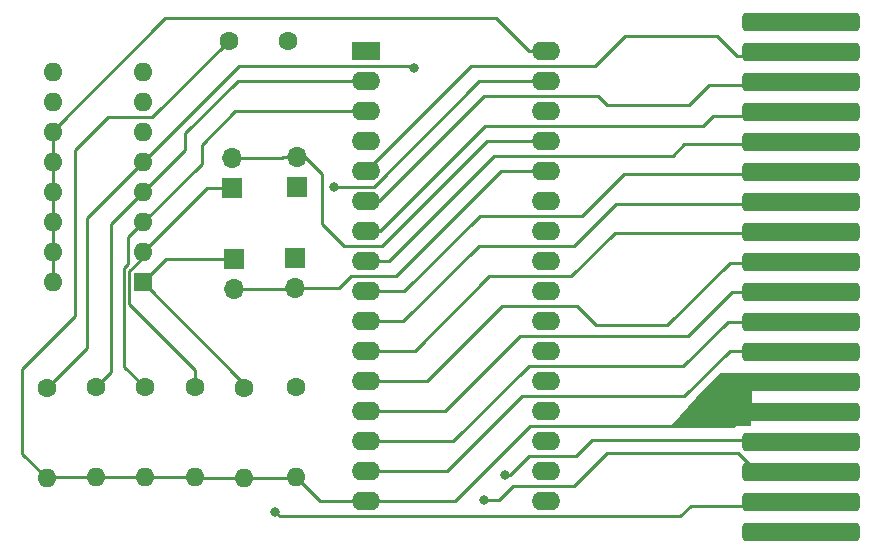
<source format=gbl>
G04 #@! TF.GenerationSoftware,KiCad,Pcbnew,6.0.0-d3dd2cf0fa~116~ubuntu20.04.1*
G04 #@! TF.CreationDate,2021-12-31T14:11:41+00:00*
G04 #@! TF.ProjectId,multicart,6d756c74-6963-4617-9274-2e6b69636164,V0.1*
G04 #@! TF.SameCoordinates,Original*
G04 #@! TF.FileFunction,Copper,L2,Bot*
G04 #@! TF.FilePolarity,Positive*
%FSLAX46Y46*%
G04 Gerber Fmt 4.6, Leading zero omitted, Abs format (unit mm)*
G04 Created by KiCad (PCBNEW 6.0.0-d3dd2cf0fa~116~ubuntu20.04.1) date 2021-12-31 14:11:41*
%MOMM*%
%LPD*%
G01*
G04 APERTURE LIST*
G04 Aperture macros list*
%AMRoundRect*
0 Rectangle with rounded corners*
0 $1 Rounding radius*
0 $2 $3 $4 $5 $6 $7 $8 $9 X,Y pos of 4 corners*
0 Add a 4 corners polygon primitive as box body*
4,1,4,$2,$3,$4,$5,$6,$7,$8,$9,$2,$3,0*
0 Add four circle primitives for the rounded corners*
1,1,$1+$1,$2,$3*
1,1,$1+$1,$4,$5*
1,1,$1+$1,$6,$7*
1,1,$1+$1,$8,$9*
0 Add four rect primitives between the rounded corners*
20,1,$1+$1,$2,$3,$4,$5,0*
20,1,$1+$1,$4,$5,$6,$7,0*
20,1,$1+$1,$6,$7,$8,$9,0*
20,1,$1+$1,$8,$9,$2,$3,0*%
G04 Aperture macros list end*
G04 #@! TA.AperFunction,ComponentPad*
%ADD10R,2.400000X1.600000*%
G04 #@! TD*
G04 #@! TA.AperFunction,ComponentPad*
%ADD11O,2.400000X1.600000*%
G04 #@! TD*
G04 #@! TA.AperFunction,ComponentPad*
%ADD12R,1.600000X1.600000*%
G04 #@! TD*
G04 #@! TA.AperFunction,ComponentPad*
%ADD13O,1.600000X1.600000*%
G04 #@! TD*
G04 #@! TA.AperFunction,ComponentPad*
%ADD14C,1.600000*%
G04 #@! TD*
G04 #@! TA.AperFunction,ConnectorPad*
%ADD15RoundRect,0.400000X4.600000X-0.400000X4.600000X0.400000X-4.600000X0.400000X-4.600000X-0.400000X0*%
G04 #@! TD*
G04 #@! TA.AperFunction,ComponentPad*
%ADD16R,1.700000X1.700000*%
G04 #@! TD*
G04 #@! TA.AperFunction,ComponentPad*
%ADD17O,1.700000X1.700000*%
G04 #@! TD*
G04 #@! TA.AperFunction,ViaPad*
%ADD18C,0.800000*%
G04 #@! TD*
G04 #@! TA.AperFunction,Conductor*
%ADD19C,0.250000*%
G04 #@! TD*
G04 APERTURE END LIST*
D10*
X93954600Y-48844200D03*
D11*
X93954600Y-51384200D03*
X93954600Y-53924200D03*
X93954600Y-56464200D03*
X93954600Y-59004200D03*
X93954600Y-61544200D03*
X93954600Y-64084200D03*
X93954600Y-66624200D03*
X93954600Y-69164200D03*
X93954600Y-71704200D03*
X93954600Y-74244200D03*
X93954600Y-76784200D03*
X93954600Y-79324200D03*
X93954600Y-81864200D03*
X93954600Y-84404200D03*
X93954600Y-86944200D03*
X109194600Y-86944200D03*
X109194600Y-84404200D03*
X109194600Y-81864200D03*
X109194600Y-79324200D03*
X109194600Y-76784200D03*
X109194600Y-74244200D03*
X109194600Y-71704200D03*
X109194600Y-69164200D03*
X109194600Y-66624200D03*
X109194600Y-64084200D03*
X109194600Y-61544200D03*
X109194600Y-59004200D03*
X109194600Y-56464200D03*
X109194600Y-53924200D03*
X109194600Y-51384200D03*
X109194600Y-48844200D03*
D12*
X75057000Y-68427600D03*
D13*
X75057000Y-65887600D03*
X75057000Y-63347600D03*
X75057000Y-60807600D03*
X75057000Y-58267600D03*
X75057000Y-55727600D03*
X75057000Y-53187600D03*
X75057000Y-50647600D03*
X67437000Y-50647600D03*
X67437000Y-53187600D03*
X67437000Y-55727600D03*
X67437000Y-58267600D03*
X67437000Y-60807600D03*
X67437000Y-63347600D03*
X67437000Y-65887600D03*
X67437000Y-68427600D03*
D14*
X83667600Y-77393800D03*
D13*
X83667600Y-85013800D03*
D14*
X71120000Y-77317600D03*
D13*
X71120000Y-84937600D03*
D14*
X75234800Y-77317600D03*
D13*
X75234800Y-84937600D03*
D14*
X66929000Y-77368400D03*
D13*
X66929000Y-84988400D03*
D14*
X79476600Y-77317600D03*
D13*
X79476600Y-84937600D03*
D14*
X88036400Y-77317600D03*
D13*
X88036400Y-84937600D03*
D15*
X130810200Y-46400200D03*
X130810200Y-48940200D03*
X130810200Y-51480200D03*
X130810200Y-54020200D03*
X130810200Y-56560200D03*
X130810200Y-59100200D03*
X130810200Y-61640200D03*
X130810200Y-64180200D03*
X130810200Y-66720200D03*
X130810200Y-69260200D03*
X130810200Y-71800200D03*
X130810200Y-74340200D03*
X130810200Y-76880200D03*
X130810200Y-79420200D03*
X130810200Y-81960200D03*
X130810200Y-84500200D03*
X130810200Y-87040200D03*
X130810200Y-89580200D03*
D14*
X82321400Y-47955200D03*
X87321400Y-47955200D03*
D16*
X87934800Y-66370200D03*
D17*
X87934800Y-68910200D03*
D16*
X82753200Y-66446400D03*
D17*
X82753200Y-68986400D03*
D16*
X88138000Y-60325000D03*
D17*
X88138000Y-57785000D03*
D16*
X82626200Y-60452000D03*
D17*
X82626200Y-57912000D03*
D18*
X98000610Y-50259190D03*
X122504200Y-79324200D03*
X123698000Y-79324200D03*
X124790200Y-79324200D03*
X105714800Y-84745990D03*
X86283800Y-87833200D03*
X103911400Y-86842600D03*
X91236800Y-60325000D03*
D19*
X70358000Y-62966600D02*
X75057000Y-58267600D01*
X97855620Y-50114200D02*
X98000610Y-50259190D01*
X70358000Y-73939400D02*
X70358000Y-62966600D01*
X66929000Y-77368400D02*
X70358000Y-73939400D01*
X75057000Y-58267600D02*
X83210400Y-50114200D01*
X83210400Y-50114200D02*
X97855620Y-50114200D01*
X69342000Y-71272400D02*
X64871600Y-75742800D01*
X79552800Y-85013800D02*
X79476600Y-84937600D01*
X107823000Y-80594200D02*
X101473000Y-86944200D01*
X93954600Y-86944200D02*
X90043000Y-86944200D01*
X75819000Y-54457600D02*
X72121998Y-54457600D01*
X88036400Y-84937600D02*
X87960200Y-85013800D01*
X64871600Y-82931000D02*
X66929000Y-84988400D01*
X126714200Y-79324200D02*
X126810200Y-79420200D01*
X126810200Y-79240200D02*
X126728400Y-79240200D01*
X71120000Y-84937600D02*
X66979800Y-84937600D01*
X125069600Y-80594200D02*
X107823000Y-80594200D01*
X79476600Y-84937600D02*
X75234800Y-84937600D01*
X126810200Y-79420200D02*
X126243600Y-79420200D01*
X72121998Y-54457600D02*
X69342000Y-57237598D01*
X126810200Y-76740200D02*
X124605600Y-76740200D01*
X101473000Y-86944200D02*
X93954600Y-86944200D01*
X75234800Y-84937600D02*
X74103430Y-84937600D01*
X83667600Y-85013800D02*
X79552800Y-85013800D01*
X69342000Y-57237598D02*
X69342000Y-71272400D01*
X87960200Y-85013800D02*
X83667600Y-85013800D01*
X126810200Y-79420200D02*
X126703000Y-79527400D01*
X82321400Y-47955200D02*
X75819000Y-54457600D01*
X124790200Y-79324200D02*
X126714200Y-79324200D01*
X66979800Y-84937600D02*
X66929000Y-84988400D01*
X90043000Y-86944200D02*
X88036400Y-84937600D01*
X74103430Y-84937600D02*
X71120000Y-84937600D01*
X64871600Y-75742800D02*
X64871600Y-82931000D01*
X126243600Y-79420200D02*
X125069600Y-80594200D01*
X78663800Y-55803800D02*
X83083400Y-51384200D01*
X73837800Y-62026800D02*
X75057000Y-60807600D01*
X75057000Y-60807600D02*
X78663800Y-57200800D01*
X72390000Y-63474600D02*
X73837800Y-62026800D01*
X78663800Y-57200800D02*
X78663800Y-55803800D01*
X71120000Y-77317600D02*
X72390000Y-76047600D01*
X72390000Y-76047600D02*
X72390000Y-63474600D01*
X83083400Y-51384200D02*
X93954600Y-51384200D01*
X73810599Y-66852588D02*
X73812400Y-66852588D01*
X73481988Y-67181199D02*
X73810599Y-66852588D01*
X82905600Y-53924200D02*
X93954600Y-53924200D01*
X74257001Y-64147599D02*
X75057000Y-63347600D01*
X75234800Y-77317600D02*
X73481988Y-75564788D01*
X80035400Y-58369200D02*
X80035400Y-56794400D01*
X73481988Y-75564788D02*
X73481988Y-67181199D01*
X75057000Y-63347600D02*
X80035400Y-58369200D01*
X73812400Y-64592200D02*
X74257001Y-64147599D01*
X80035400Y-56794400D02*
X82905600Y-53924200D01*
X73812400Y-66852588D02*
X73812400Y-64592200D01*
X109194600Y-48844200D02*
X107744600Y-48844200D01*
X67437000Y-63347600D02*
X67437000Y-62216230D01*
X107744600Y-48844200D02*
X104976000Y-46075600D01*
X67437000Y-62216230D02*
X67437000Y-60807600D01*
X67437000Y-68427600D02*
X67437000Y-65887600D01*
X67437000Y-55575200D02*
X67437000Y-55727600D01*
X67437000Y-65887600D02*
X67437000Y-64756230D01*
X67437000Y-55727600D02*
X67437000Y-56858970D01*
X67437000Y-64756230D02*
X67437000Y-63347600D01*
X67437000Y-56858970D02*
X67437000Y-58267600D01*
X67437000Y-59676230D02*
X67437000Y-58267600D01*
X76936600Y-46075600D02*
X67437000Y-55575200D01*
X67437000Y-60807600D02*
X67437000Y-59676230D01*
X104976000Y-46075600D02*
X76936600Y-46075600D01*
X106109610Y-84745990D02*
X105714800Y-84745990D01*
X113103200Y-81740200D02*
X111734600Y-83108800D01*
X107746800Y-83108800D02*
X106109610Y-84745990D01*
X126810200Y-81740200D02*
X113103200Y-81740200D01*
X111734600Y-83108800D02*
X107746800Y-83108800D01*
X115925600Y-47523400D02*
X113334800Y-50114200D01*
X125384800Y-49240200D02*
X123668000Y-47523400D01*
X113334800Y-50114200D02*
X102844600Y-50114200D01*
X123668000Y-47523400D02*
X115925600Y-47523400D01*
X102844600Y-50114200D02*
X94208600Y-58750200D01*
X94208600Y-58750200D02*
X93954600Y-59004200D01*
X126810200Y-49240200D02*
X125384800Y-49240200D01*
X121335800Y-53390800D02*
X114376200Y-53390800D01*
X95097600Y-61544200D02*
X93954600Y-61544200D01*
X103987600Y-52654200D02*
X95097600Y-61544200D01*
X122986400Y-51740200D02*
X121335800Y-53390800D01*
X126810200Y-51740200D02*
X122986400Y-51740200D01*
X113639600Y-52654200D02*
X103987600Y-52654200D01*
X114376200Y-53390800D02*
X113639600Y-52654200D01*
X95148400Y-64084200D02*
X93954600Y-64084200D01*
X122478800Y-55168800D02*
X104063800Y-55168800D01*
X126810200Y-54240200D02*
X126745200Y-54305200D01*
X123342400Y-54305200D02*
X122478800Y-55168800D01*
X126745200Y-54305200D02*
X123342400Y-54305200D01*
X104063800Y-55168800D02*
X95148400Y-64084200D01*
X95910400Y-66624200D02*
X93954600Y-66624200D01*
X120907400Y-56740200D02*
X119913400Y-57734200D01*
X119913400Y-57734200D02*
X104800400Y-57734200D01*
X126810200Y-56740200D02*
X120907400Y-56740200D01*
X104800400Y-57734200D02*
X95910400Y-66624200D01*
X112268000Y-62788800D02*
X103581200Y-62788800D01*
X126810200Y-59240200D02*
X115816600Y-59240200D01*
X103581200Y-62788800D02*
X97205800Y-69164200D01*
X115816600Y-59240200D02*
X112268000Y-62788800D01*
X97205800Y-69164200D02*
X93954600Y-69164200D01*
X111582200Y-65328800D02*
X103505000Y-65328800D01*
X126810200Y-61740200D02*
X126803000Y-61747400D01*
X126803000Y-61747400D02*
X115163600Y-61747400D01*
X115163600Y-61747400D02*
X111582200Y-65328800D01*
X97129600Y-71704200D02*
X93954600Y-71704200D01*
X103505000Y-65328800D02*
X97129600Y-71704200D01*
X98069400Y-74244200D02*
X93954600Y-74244200D01*
X111328200Y-67919600D02*
X104394000Y-67919600D01*
X115007600Y-64240200D02*
X111328200Y-67919600D01*
X126810200Y-64240200D02*
X115007600Y-64240200D01*
X104394000Y-67919600D02*
X98069400Y-74244200D01*
X111836200Y-70434200D02*
X105511600Y-70434200D01*
X113411000Y-72009000D02*
X111836200Y-70434200D01*
X99161600Y-76784200D02*
X93954600Y-76784200D01*
X119481600Y-72009000D02*
X113411000Y-72009000D01*
X126810200Y-66740200D02*
X124750400Y-66740200D01*
X105511600Y-70434200D02*
X99161600Y-76784200D01*
X124750400Y-66740200D02*
X119481600Y-72009000D01*
X124968200Y-69240200D02*
X121234200Y-72974200D01*
X121234200Y-72974200D02*
X107035600Y-72974200D01*
X100685600Y-79324200D02*
X93954600Y-79324200D01*
X107035600Y-72974200D02*
X100685600Y-79324200D01*
X126810200Y-69240200D02*
X124968200Y-69240200D01*
X101346000Y-81864200D02*
X93954600Y-81864200D01*
X107721400Y-75488800D02*
X101346000Y-81864200D01*
X120827800Y-75488800D02*
X107721400Y-75488800D01*
X124576400Y-71740200D02*
X120827800Y-75488800D01*
X126810200Y-71740200D02*
X124576400Y-71740200D01*
X124735400Y-74240200D02*
X120921400Y-78054200D01*
X120921400Y-78054200D02*
X107188000Y-78054200D01*
X100838000Y-84404200D02*
X93954600Y-84404200D01*
X126810200Y-74240200D02*
X124735400Y-74240200D01*
X107188000Y-78054200D02*
X100838000Y-84404200D01*
X126174400Y-87376000D02*
X121437400Y-87376000D01*
X121437400Y-87376000D02*
X120580201Y-88233199D01*
X126810200Y-86740200D02*
X126174400Y-87376000D01*
X86683799Y-88233199D02*
X86283800Y-87833200D01*
X120580201Y-88233199D02*
X86683799Y-88233199D01*
X105257600Y-86842600D02*
X104546400Y-86842600D01*
X114350800Y-82880200D02*
X111531400Y-85699600D01*
X111531400Y-85699600D02*
X106400600Y-85699600D01*
X106400600Y-85699600D02*
X105257600Y-86842600D01*
X104546400Y-86842600D02*
X103911400Y-86842600D01*
X125450200Y-82880200D02*
X114350800Y-82880200D01*
X126810200Y-84240200D02*
X125450200Y-82880200D01*
X79476600Y-77317600D02*
X79476600Y-75819000D01*
X73931999Y-70274399D02*
X73931999Y-67471211D01*
X80492600Y-60452000D02*
X82626200Y-60452000D01*
X79476600Y-75819000D02*
X73931999Y-70274399D01*
X75057000Y-66346210D02*
X75057000Y-65887600D01*
X73931999Y-67471211D02*
X75057000Y-66346210D01*
X75057000Y-65887600D02*
X80492600Y-60452000D01*
X75082400Y-68427600D02*
X75057000Y-68427600D01*
X77038200Y-66446400D02*
X82753200Y-66446400D01*
X75057000Y-68427600D02*
X77038200Y-66446400D01*
X83667600Y-77012800D02*
X75082400Y-68427600D01*
X83667600Y-77393800D02*
X83667600Y-77012800D01*
X92100400Y-65328800D02*
X95351600Y-65328800D01*
X88798400Y-57785000D02*
X90246200Y-59232800D01*
X86935919Y-57785000D02*
X86808919Y-57912000D01*
X83828281Y-57912000D02*
X82626200Y-57912000D01*
X88138000Y-57785000D02*
X86935919Y-57785000D01*
X86808919Y-57912000D02*
X83828281Y-57912000D01*
X90246200Y-63474600D02*
X92100400Y-65328800D01*
X104216200Y-56464200D02*
X109194600Y-56464200D01*
X95351600Y-65328800D02*
X104216200Y-56464200D01*
X90246200Y-59232800D02*
X90246200Y-63474600D01*
X88138000Y-57785000D02*
X88798400Y-57785000D01*
X92710000Y-67894200D02*
X96494600Y-67894200D01*
X107416600Y-59004200D02*
X109194600Y-59004200D01*
X82753200Y-68986400D02*
X87858600Y-68986400D01*
X105384600Y-59004200D02*
X107416600Y-59004200D01*
X87934800Y-68910200D02*
X91694000Y-68910200D01*
X91694000Y-68910200D02*
X92710000Y-67894200D01*
X96494600Y-67894200D02*
X105384600Y-59004200D01*
X87858600Y-68986400D02*
X87934800Y-68910200D01*
X103565604Y-51384200D02*
X94624804Y-60325000D01*
X94624804Y-60325000D02*
X91802485Y-60325000D01*
X109194600Y-51384200D02*
X103565604Y-51384200D01*
X91802485Y-60325000D02*
X91236800Y-60325000D01*
G04 #@! TA.AperFunction,Conductor*
G36*
X126583050Y-76068764D02*
G01*
X126630547Y-76121533D01*
X126642933Y-76177451D01*
X126628902Y-77419200D01*
X126594977Y-80421543D01*
X126574206Y-80489433D01*
X126520029Y-80535317D01*
X126471766Y-80546088D01*
X121202222Y-80662327D01*
X119972662Y-80689450D01*
X119904116Y-80670955D01*
X119856452Y-80618338D01*
X119844800Y-80548304D01*
X119875468Y-80480044D01*
X122577038Y-77423004D01*
X122584054Y-77415681D01*
X123916396Y-76132686D01*
X123979339Y-76099842D01*
X124001418Y-76097468D01*
X126514564Y-76050050D01*
X126583050Y-76068764D01*
G37*
G04 #@! TD.AperFunction*
M02*

</source>
